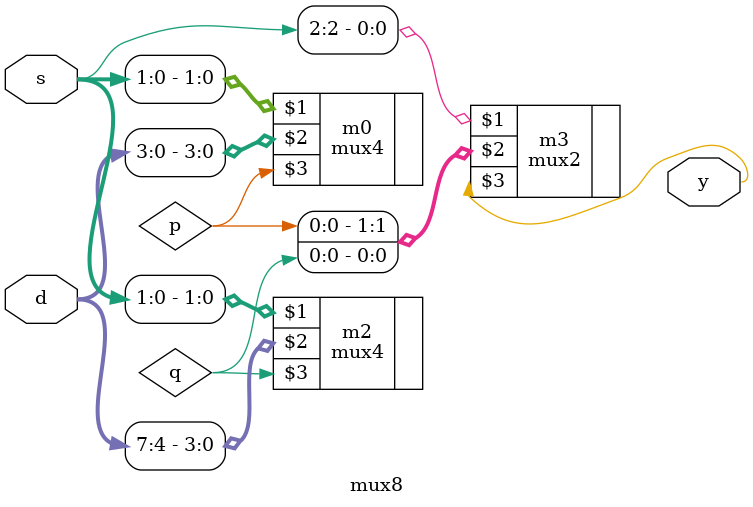
<source format=v>
module mux8
(s,d,y);
input wire [2:0]s;
input wire [7:0]d;
output wire y;
wire p,q;
mux4 m0(s[1:0],d[3:0],p);
mux4 m2(s[1:0],d[7:4],q);
mux2 m3(s[2],{p,q},y);
endmodule

</source>
